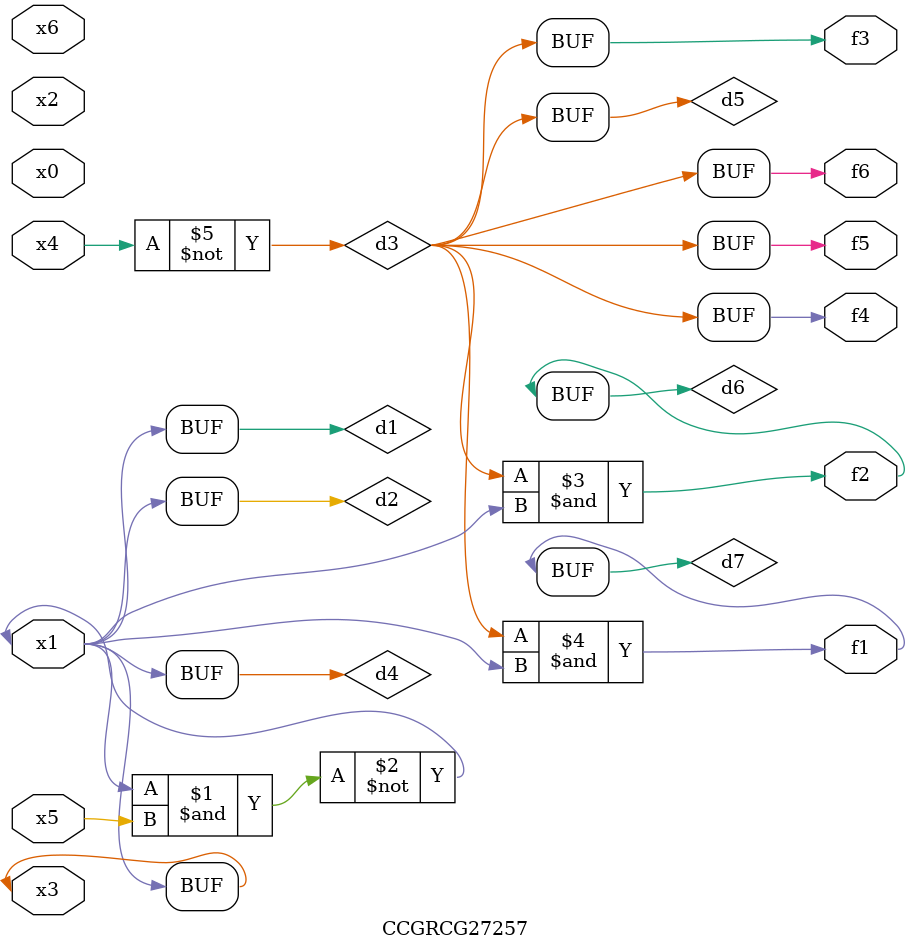
<source format=v>
module CCGRCG27257(
	input x0, x1, x2, x3, x4, x5, x6,
	output f1, f2, f3, f4, f5, f6
);

	wire d1, d2, d3, d4, d5, d6, d7;

	buf (d1, x1, x3);
	nand (d2, x1, x5);
	not (d3, x4);
	buf (d4, d1, d2);
	buf (d5, d3);
	and (d6, d3, d4);
	and (d7, d3, d4);
	assign f1 = d7;
	assign f2 = d6;
	assign f3 = d5;
	assign f4 = d5;
	assign f5 = d5;
	assign f6 = d5;
endmodule

</source>
